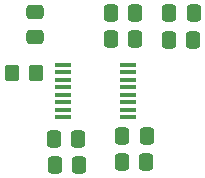
<source format=gtp>
%TF.GenerationSoftware,KiCad,Pcbnew,8.0.1*%
%TF.CreationDate,2024-04-15T14:56:09+02:00*%
%TF.ProjectId,Transmitter prototype,5472616e-736d-4697-9474-65722070726f,rev?*%
%TF.SameCoordinates,Original*%
%TF.FileFunction,Paste,Top*%
%TF.FilePolarity,Positive*%
%FSLAX46Y46*%
G04 Gerber Fmt 4.6, Leading zero omitted, Abs format (unit mm)*
G04 Created by KiCad (PCBNEW 8.0.1) date 2024-04-15 14:56:09*
%MOMM*%
%LPD*%
G01*
G04 APERTURE LIST*
G04 Aperture macros list*
%AMRoundRect*
0 Rectangle with rounded corners*
0 $1 Rounding radius*
0 $2 $3 $4 $5 $6 $7 $8 $9 X,Y pos of 4 corners*
0 Add a 4 corners polygon primitive as box body*
4,1,4,$2,$3,$4,$5,$6,$7,$8,$9,$2,$3,0*
0 Add four circle primitives for the rounded corners*
1,1,$1+$1,$2,$3*
1,1,$1+$1,$4,$5*
1,1,$1+$1,$6,$7*
1,1,$1+$1,$8,$9*
0 Add four rect primitives between the rounded corners*
20,1,$1+$1,$2,$3,$4,$5,0*
20,1,$1+$1,$4,$5,$6,$7,0*
20,1,$1+$1,$6,$7,$8,$9,0*
20,1,$1+$1,$8,$9,$2,$3,0*%
G04 Aperture macros list end*
%ADD10RoundRect,0.250000X-0.337500X-0.475000X0.337500X-0.475000X0.337500X0.475000X-0.337500X0.475000X0*%
%ADD11RoundRect,0.250000X-0.475000X0.337500X-0.475000X-0.337500X0.475000X-0.337500X0.475000X0.337500X0*%
%ADD12RoundRect,0.250000X0.337500X0.475000X-0.337500X0.475000X-0.337500X-0.475000X0.337500X-0.475000X0*%
%ADD13R,1.454899X0.354800*%
%ADD14RoundRect,0.250000X0.350000X0.450000X-0.350000X0.450000X-0.350000X-0.450000X0.350000X-0.450000X0*%
G04 APERTURE END LIST*
D10*
%TO.C,C5*%
X170514100Y-97790000D03*
X172589100Y-97790000D03*
%TD*%
%TO.C,C6*%
X164752200Y-95808800D03*
X166827200Y-95808800D03*
%TD*%
D11*
%TO.C,C1*%
X163195000Y-85090000D03*
X163195000Y-87165000D03*
%TD*%
D12*
%TO.C,C7*%
X166928800Y-98044000D03*
X164853800Y-98044000D03*
%TD*%
D13*
%TO.C,U1*%
X165566352Y-89535000D03*
X165566352Y-90170000D03*
X165566352Y-90805000D03*
X165566352Y-91440000D03*
X165566352Y-92075000D03*
X165566352Y-92710000D03*
X165566352Y-93345000D03*
X165566352Y-93980000D03*
X171009048Y-93980000D03*
X171009048Y-93345000D03*
X171009048Y-92710000D03*
X171009048Y-92075000D03*
X171009048Y-91440000D03*
X171009048Y-90805000D03*
X171009048Y-90170000D03*
X171009048Y-89535000D03*
%TD*%
D12*
%TO.C,C4*%
X172610600Y-95554800D03*
X170535600Y-95554800D03*
%TD*%
D10*
%TO.C,C9*%
X169599700Y-87325200D03*
X171674700Y-87325200D03*
%TD*%
D12*
%TO.C,C3*%
X176602300Y-85140800D03*
X174527300Y-85140800D03*
%TD*%
%TO.C,C8*%
X176580800Y-87477600D03*
X174505800Y-87477600D03*
%TD*%
D14*
%TO.C,R1*%
X163220400Y-90271600D03*
X161220400Y-90271600D03*
%TD*%
D10*
%TO.C,C2*%
X169599700Y-85191600D03*
X171674700Y-85191600D03*
%TD*%
M02*

</source>
